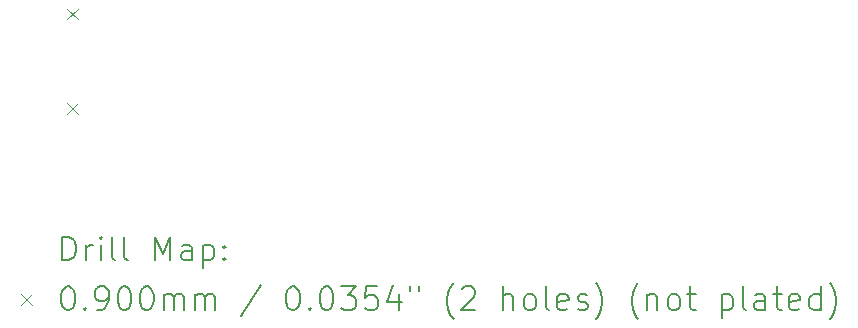
<source format=gbr>
%TF.GenerationSoftware,KiCad,Pcbnew,7.0.6*%
%TF.CreationDate,2023-10-11T20:15:25+08:00*%
%TF.ProjectId,PCB_ESP32WROOM32E_RPI_Zero_Form_Hackster,5043425f-4553-4503-9332-57524f4f4d33,rev?*%
%TF.SameCoordinates,Original*%
%TF.FileFunction,Drillmap*%
%TF.FilePolarity,Positive*%
%FSLAX45Y45*%
G04 Gerber Fmt 4.5, Leading zero omitted, Abs format (unit mm)*
G04 Created by KiCad (PCBNEW 7.0.6) date 2023-10-11 20:15:25*
%MOMM*%
%LPD*%
G01*
G04 APERTURE LIST*
%ADD10C,0.200000*%
%ADD11C,0.090000*%
G04 APERTURE END LIST*
D10*
D11*
X7062000Y-9285000D02*
X7152000Y-9375000D01*
X7152000Y-9285000D02*
X7062000Y-9375000D01*
X7062000Y-10085000D02*
X7152000Y-10175000D01*
X7152000Y-10085000D02*
X7062000Y-10175000D01*
D10*
X7021277Y-11416984D02*
X7021277Y-11216984D01*
X7021277Y-11216984D02*
X7068896Y-11216984D01*
X7068896Y-11216984D02*
X7097467Y-11226508D01*
X7097467Y-11226508D02*
X7116515Y-11245555D01*
X7116515Y-11245555D02*
X7126039Y-11264603D01*
X7126039Y-11264603D02*
X7135562Y-11302698D01*
X7135562Y-11302698D02*
X7135562Y-11331269D01*
X7135562Y-11331269D02*
X7126039Y-11369365D01*
X7126039Y-11369365D02*
X7116515Y-11388412D01*
X7116515Y-11388412D02*
X7097467Y-11407460D01*
X7097467Y-11407460D02*
X7068896Y-11416984D01*
X7068896Y-11416984D02*
X7021277Y-11416984D01*
X7221277Y-11416984D02*
X7221277Y-11283650D01*
X7221277Y-11321746D02*
X7230801Y-11302698D01*
X7230801Y-11302698D02*
X7240324Y-11293174D01*
X7240324Y-11293174D02*
X7259372Y-11283650D01*
X7259372Y-11283650D02*
X7278420Y-11283650D01*
X7345086Y-11416984D02*
X7345086Y-11283650D01*
X7345086Y-11216984D02*
X7335562Y-11226508D01*
X7335562Y-11226508D02*
X7345086Y-11236031D01*
X7345086Y-11236031D02*
X7354610Y-11226508D01*
X7354610Y-11226508D02*
X7345086Y-11216984D01*
X7345086Y-11216984D02*
X7345086Y-11236031D01*
X7468896Y-11416984D02*
X7449848Y-11407460D01*
X7449848Y-11407460D02*
X7440324Y-11388412D01*
X7440324Y-11388412D02*
X7440324Y-11216984D01*
X7573658Y-11416984D02*
X7554610Y-11407460D01*
X7554610Y-11407460D02*
X7545086Y-11388412D01*
X7545086Y-11388412D02*
X7545086Y-11216984D01*
X7802229Y-11416984D02*
X7802229Y-11216984D01*
X7802229Y-11216984D02*
X7868896Y-11359841D01*
X7868896Y-11359841D02*
X7935562Y-11216984D01*
X7935562Y-11216984D02*
X7935562Y-11416984D01*
X8116515Y-11416984D02*
X8116515Y-11312222D01*
X8116515Y-11312222D02*
X8106991Y-11293174D01*
X8106991Y-11293174D02*
X8087943Y-11283650D01*
X8087943Y-11283650D02*
X8049848Y-11283650D01*
X8049848Y-11283650D02*
X8030801Y-11293174D01*
X8116515Y-11407460D02*
X8097467Y-11416984D01*
X8097467Y-11416984D02*
X8049848Y-11416984D01*
X8049848Y-11416984D02*
X8030801Y-11407460D01*
X8030801Y-11407460D02*
X8021277Y-11388412D01*
X8021277Y-11388412D02*
X8021277Y-11369365D01*
X8021277Y-11369365D02*
X8030801Y-11350317D01*
X8030801Y-11350317D02*
X8049848Y-11340793D01*
X8049848Y-11340793D02*
X8097467Y-11340793D01*
X8097467Y-11340793D02*
X8116515Y-11331269D01*
X8211753Y-11283650D02*
X8211753Y-11483650D01*
X8211753Y-11293174D02*
X8230801Y-11283650D01*
X8230801Y-11283650D02*
X8268896Y-11283650D01*
X8268896Y-11283650D02*
X8287943Y-11293174D01*
X8287943Y-11293174D02*
X8297467Y-11302698D01*
X8297467Y-11302698D02*
X8306991Y-11321746D01*
X8306991Y-11321746D02*
X8306991Y-11378888D01*
X8306991Y-11378888D02*
X8297467Y-11397936D01*
X8297467Y-11397936D02*
X8287943Y-11407460D01*
X8287943Y-11407460D02*
X8268896Y-11416984D01*
X8268896Y-11416984D02*
X8230801Y-11416984D01*
X8230801Y-11416984D02*
X8211753Y-11407460D01*
X8392705Y-11397936D02*
X8402229Y-11407460D01*
X8402229Y-11407460D02*
X8392705Y-11416984D01*
X8392705Y-11416984D02*
X8383182Y-11407460D01*
X8383182Y-11407460D02*
X8392705Y-11397936D01*
X8392705Y-11397936D02*
X8392705Y-11416984D01*
X8392705Y-11293174D02*
X8402229Y-11302698D01*
X8402229Y-11302698D02*
X8392705Y-11312222D01*
X8392705Y-11312222D02*
X8383182Y-11302698D01*
X8383182Y-11302698D02*
X8392705Y-11293174D01*
X8392705Y-11293174D02*
X8392705Y-11312222D01*
D11*
X6670500Y-11700500D02*
X6760500Y-11790500D01*
X6760500Y-11700500D02*
X6670500Y-11790500D01*
D10*
X7059372Y-11636984D02*
X7078420Y-11636984D01*
X7078420Y-11636984D02*
X7097467Y-11646508D01*
X7097467Y-11646508D02*
X7106991Y-11656031D01*
X7106991Y-11656031D02*
X7116515Y-11675079D01*
X7116515Y-11675079D02*
X7126039Y-11713174D01*
X7126039Y-11713174D02*
X7126039Y-11760793D01*
X7126039Y-11760793D02*
X7116515Y-11798888D01*
X7116515Y-11798888D02*
X7106991Y-11817936D01*
X7106991Y-11817936D02*
X7097467Y-11827460D01*
X7097467Y-11827460D02*
X7078420Y-11836984D01*
X7078420Y-11836984D02*
X7059372Y-11836984D01*
X7059372Y-11836984D02*
X7040324Y-11827460D01*
X7040324Y-11827460D02*
X7030801Y-11817936D01*
X7030801Y-11817936D02*
X7021277Y-11798888D01*
X7021277Y-11798888D02*
X7011753Y-11760793D01*
X7011753Y-11760793D02*
X7011753Y-11713174D01*
X7011753Y-11713174D02*
X7021277Y-11675079D01*
X7021277Y-11675079D02*
X7030801Y-11656031D01*
X7030801Y-11656031D02*
X7040324Y-11646508D01*
X7040324Y-11646508D02*
X7059372Y-11636984D01*
X7211753Y-11817936D02*
X7221277Y-11827460D01*
X7221277Y-11827460D02*
X7211753Y-11836984D01*
X7211753Y-11836984D02*
X7202229Y-11827460D01*
X7202229Y-11827460D02*
X7211753Y-11817936D01*
X7211753Y-11817936D02*
X7211753Y-11836984D01*
X7316515Y-11836984D02*
X7354610Y-11836984D01*
X7354610Y-11836984D02*
X7373658Y-11827460D01*
X7373658Y-11827460D02*
X7383182Y-11817936D01*
X7383182Y-11817936D02*
X7402229Y-11789365D01*
X7402229Y-11789365D02*
X7411753Y-11751269D01*
X7411753Y-11751269D02*
X7411753Y-11675079D01*
X7411753Y-11675079D02*
X7402229Y-11656031D01*
X7402229Y-11656031D02*
X7392705Y-11646508D01*
X7392705Y-11646508D02*
X7373658Y-11636984D01*
X7373658Y-11636984D02*
X7335562Y-11636984D01*
X7335562Y-11636984D02*
X7316515Y-11646508D01*
X7316515Y-11646508D02*
X7306991Y-11656031D01*
X7306991Y-11656031D02*
X7297467Y-11675079D01*
X7297467Y-11675079D02*
X7297467Y-11722698D01*
X7297467Y-11722698D02*
X7306991Y-11741746D01*
X7306991Y-11741746D02*
X7316515Y-11751269D01*
X7316515Y-11751269D02*
X7335562Y-11760793D01*
X7335562Y-11760793D02*
X7373658Y-11760793D01*
X7373658Y-11760793D02*
X7392705Y-11751269D01*
X7392705Y-11751269D02*
X7402229Y-11741746D01*
X7402229Y-11741746D02*
X7411753Y-11722698D01*
X7535562Y-11636984D02*
X7554610Y-11636984D01*
X7554610Y-11636984D02*
X7573658Y-11646508D01*
X7573658Y-11646508D02*
X7583182Y-11656031D01*
X7583182Y-11656031D02*
X7592705Y-11675079D01*
X7592705Y-11675079D02*
X7602229Y-11713174D01*
X7602229Y-11713174D02*
X7602229Y-11760793D01*
X7602229Y-11760793D02*
X7592705Y-11798888D01*
X7592705Y-11798888D02*
X7583182Y-11817936D01*
X7583182Y-11817936D02*
X7573658Y-11827460D01*
X7573658Y-11827460D02*
X7554610Y-11836984D01*
X7554610Y-11836984D02*
X7535562Y-11836984D01*
X7535562Y-11836984D02*
X7516515Y-11827460D01*
X7516515Y-11827460D02*
X7506991Y-11817936D01*
X7506991Y-11817936D02*
X7497467Y-11798888D01*
X7497467Y-11798888D02*
X7487943Y-11760793D01*
X7487943Y-11760793D02*
X7487943Y-11713174D01*
X7487943Y-11713174D02*
X7497467Y-11675079D01*
X7497467Y-11675079D02*
X7506991Y-11656031D01*
X7506991Y-11656031D02*
X7516515Y-11646508D01*
X7516515Y-11646508D02*
X7535562Y-11636984D01*
X7726039Y-11636984D02*
X7745086Y-11636984D01*
X7745086Y-11636984D02*
X7764134Y-11646508D01*
X7764134Y-11646508D02*
X7773658Y-11656031D01*
X7773658Y-11656031D02*
X7783182Y-11675079D01*
X7783182Y-11675079D02*
X7792705Y-11713174D01*
X7792705Y-11713174D02*
X7792705Y-11760793D01*
X7792705Y-11760793D02*
X7783182Y-11798888D01*
X7783182Y-11798888D02*
X7773658Y-11817936D01*
X7773658Y-11817936D02*
X7764134Y-11827460D01*
X7764134Y-11827460D02*
X7745086Y-11836984D01*
X7745086Y-11836984D02*
X7726039Y-11836984D01*
X7726039Y-11836984D02*
X7706991Y-11827460D01*
X7706991Y-11827460D02*
X7697467Y-11817936D01*
X7697467Y-11817936D02*
X7687943Y-11798888D01*
X7687943Y-11798888D02*
X7678420Y-11760793D01*
X7678420Y-11760793D02*
X7678420Y-11713174D01*
X7678420Y-11713174D02*
X7687943Y-11675079D01*
X7687943Y-11675079D02*
X7697467Y-11656031D01*
X7697467Y-11656031D02*
X7706991Y-11646508D01*
X7706991Y-11646508D02*
X7726039Y-11636984D01*
X7878420Y-11836984D02*
X7878420Y-11703650D01*
X7878420Y-11722698D02*
X7887943Y-11713174D01*
X7887943Y-11713174D02*
X7906991Y-11703650D01*
X7906991Y-11703650D02*
X7935563Y-11703650D01*
X7935563Y-11703650D02*
X7954610Y-11713174D01*
X7954610Y-11713174D02*
X7964134Y-11732222D01*
X7964134Y-11732222D02*
X7964134Y-11836984D01*
X7964134Y-11732222D02*
X7973658Y-11713174D01*
X7973658Y-11713174D02*
X7992705Y-11703650D01*
X7992705Y-11703650D02*
X8021277Y-11703650D01*
X8021277Y-11703650D02*
X8040324Y-11713174D01*
X8040324Y-11713174D02*
X8049848Y-11732222D01*
X8049848Y-11732222D02*
X8049848Y-11836984D01*
X8145086Y-11836984D02*
X8145086Y-11703650D01*
X8145086Y-11722698D02*
X8154610Y-11713174D01*
X8154610Y-11713174D02*
X8173658Y-11703650D01*
X8173658Y-11703650D02*
X8202229Y-11703650D01*
X8202229Y-11703650D02*
X8221277Y-11713174D01*
X8221277Y-11713174D02*
X8230801Y-11732222D01*
X8230801Y-11732222D02*
X8230801Y-11836984D01*
X8230801Y-11732222D02*
X8240324Y-11713174D01*
X8240324Y-11713174D02*
X8259372Y-11703650D01*
X8259372Y-11703650D02*
X8287943Y-11703650D01*
X8287943Y-11703650D02*
X8306991Y-11713174D01*
X8306991Y-11713174D02*
X8316515Y-11732222D01*
X8316515Y-11732222D02*
X8316515Y-11836984D01*
X8706991Y-11627460D02*
X8535563Y-11884603D01*
X8964134Y-11636984D02*
X8983182Y-11636984D01*
X8983182Y-11636984D02*
X9002229Y-11646508D01*
X9002229Y-11646508D02*
X9011753Y-11656031D01*
X9011753Y-11656031D02*
X9021277Y-11675079D01*
X9021277Y-11675079D02*
X9030801Y-11713174D01*
X9030801Y-11713174D02*
X9030801Y-11760793D01*
X9030801Y-11760793D02*
X9021277Y-11798888D01*
X9021277Y-11798888D02*
X9011753Y-11817936D01*
X9011753Y-11817936D02*
X9002229Y-11827460D01*
X9002229Y-11827460D02*
X8983182Y-11836984D01*
X8983182Y-11836984D02*
X8964134Y-11836984D01*
X8964134Y-11836984D02*
X8945087Y-11827460D01*
X8945087Y-11827460D02*
X8935563Y-11817936D01*
X8935563Y-11817936D02*
X8926039Y-11798888D01*
X8926039Y-11798888D02*
X8916515Y-11760793D01*
X8916515Y-11760793D02*
X8916515Y-11713174D01*
X8916515Y-11713174D02*
X8926039Y-11675079D01*
X8926039Y-11675079D02*
X8935563Y-11656031D01*
X8935563Y-11656031D02*
X8945087Y-11646508D01*
X8945087Y-11646508D02*
X8964134Y-11636984D01*
X9116515Y-11817936D02*
X9126039Y-11827460D01*
X9126039Y-11827460D02*
X9116515Y-11836984D01*
X9116515Y-11836984D02*
X9106991Y-11827460D01*
X9106991Y-11827460D02*
X9116515Y-11817936D01*
X9116515Y-11817936D02*
X9116515Y-11836984D01*
X9249848Y-11636984D02*
X9268896Y-11636984D01*
X9268896Y-11636984D02*
X9287944Y-11646508D01*
X9287944Y-11646508D02*
X9297468Y-11656031D01*
X9297468Y-11656031D02*
X9306991Y-11675079D01*
X9306991Y-11675079D02*
X9316515Y-11713174D01*
X9316515Y-11713174D02*
X9316515Y-11760793D01*
X9316515Y-11760793D02*
X9306991Y-11798888D01*
X9306991Y-11798888D02*
X9297468Y-11817936D01*
X9297468Y-11817936D02*
X9287944Y-11827460D01*
X9287944Y-11827460D02*
X9268896Y-11836984D01*
X9268896Y-11836984D02*
X9249848Y-11836984D01*
X9249848Y-11836984D02*
X9230801Y-11827460D01*
X9230801Y-11827460D02*
X9221277Y-11817936D01*
X9221277Y-11817936D02*
X9211753Y-11798888D01*
X9211753Y-11798888D02*
X9202229Y-11760793D01*
X9202229Y-11760793D02*
X9202229Y-11713174D01*
X9202229Y-11713174D02*
X9211753Y-11675079D01*
X9211753Y-11675079D02*
X9221277Y-11656031D01*
X9221277Y-11656031D02*
X9230801Y-11646508D01*
X9230801Y-11646508D02*
X9249848Y-11636984D01*
X9383182Y-11636984D02*
X9506991Y-11636984D01*
X9506991Y-11636984D02*
X9440325Y-11713174D01*
X9440325Y-11713174D02*
X9468896Y-11713174D01*
X9468896Y-11713174D02*
X9487944Y-11722698D01*
X9487944Y-11722698D02*
X9497468Y-11732222D01*
X9497468Y-11732222D02*
X9506991Y-11751269D01*
X9506991Y-11751269D02*
X9506991Y-11798888D01*
X9506991Y-11798888D02*
X9497468Y-11817936D01*
X9497468Y-11817936D02*
X9487944Y-11827460D01*
X9487944Y-11827460D02*
X9468896Y-11836984D01*
X9468896Y-11836984D02*
X9411753Y-11836984D01*
X9411753Y-11836984D02*
X9392706Y-11827460D01*
X9392706Y-11827460D02*
X9383182Y-11817936D01*
X9687944Y-11636984D02*
X9592706Y-11636984D01*
X9592706Y-11636984D02*
X9583182Y-11732222D01*
X9583182Y-11732222D02*
X9592706Y-11722698D01*
X9592706Y-11722698D02*
X9611753Y-11713174D01*
X9611753Y-11713174D02*
X9659372Y-11713174D01*
X9659372Y-11713174D02*
X9678420Y-11722698D01*
X9678420Y-11722698D02*
X9687944Y-11732222D01*
X9687944Y-11732222D02*
X9697468Y-11751269D01*
X9697468Y-11751269D02*
X9697468Y-11798888D01*
X9697468Y-11798888D02*
X9687944Y-11817936D01*
X9687944Y-11817936D02*
X9678420Y-11827460D01*
X9678420Y-11827460D02*
X9659372Y-11836984D01*
X9659372Y-11836984D02*
X9611753Y-11836984D01*
X9611753Y-11836984D02*
X9592706Y-11827460D01*
X9592706Y-11827460D02*
X9583182Y-11817936D01*
X9868896Y-11703650D02*
X9868896Y-11836984D01*
X9821277Y-11627460D02*
X9773658Y-11770317D01*
X9773658Y-11770317D02*
X9897468Y-11770317D01*
X9964134Y-11636984D02*
X9964134Y-11675079D01*
X10040325Y-11636984D02*
X10040325Y-11675079D01*
X10335563Y-11913174D02*
X10326039Y-11903650D01*
X10326039Y-11903650D02*
X10306991Y-11875079D01*
X10306991Y-11875079D02*
X10297468Y-11856031D01*
X10297468Y-11856031D02*
X10287944Y-11827460D01*
X10287944Y-11827460D02*
X10278420Y-11779841D01*
X10278420Y-11779841D02*
X10278420Y-11741746D01*
X10278420Y-11741746D02*
X10287944Y-11694127D01*
X10287944Y-11694127D02*
X10297468Y-11665555D01*
X10297468Y-11665555D02*
X10306991Y-11646508D01*
X10306991Y-11646508D02*
X10326039Y-11617936D01*
X10326039Y-11617936D02*
X10335563Y-11608412D01*
X10402230Y-11656031D02*
X10411753Y-11646508D01*
X10411753Y-11646508D02*
X10430801Y-11636984D01*
X10430801Y-11636984D02*
X10478420Y-11636984D01*
X10478420Y-11636984D02*
X10497468Y-11646508D01*
X10497468Y-11646508D02*
X10506991Y-11656031D01*
X10506991Y-11656031D02*
X10516515Y-11675079D01*
X10516515Y-11675079D02*
X10516515Y-11694127D01*
X10516515Y-11694127D02*
X10506991Y-11722698D01*
X10506991Y-11722698D02*
X10392706Y-11836984D01*
X10392706Y-11836984D02*
X10516515Y-11836984D01*
X10754611Y-11836984D02*
X10754611Y-11636984D01*
X10840325Y-11836984D02*
X10840325Y-11732222D01*
X10840325Y-11732222D02*
X10830801Y-11713174D01*
X10830801Y-11713174D02*
X10811753Y-11703650D01*
X10811753Y-11703650D02*
X10783182Y-11703650D01*
X10783182Y-11703650D02*
X10764134Y-11713174D01*
X10764134Y-11713174D02*
X10754611Y-11722698D01*
X10964134Y-11836984D02*
X10945087Y-11827460D01*
X10945087Y-11827460D02*
X10935563Y-11817936D01*
X10935563Y-11817936D02*
X10926039Y-11798888D01*
X10926039Y-11798888D02*
X10926039Y-11741746D01*
X10926039Y-11741746D02*
X10935563Y-11722698D01*
X10935563Y-11722698D02*
X10945087Y-11713174D01*
X10945087Y-11713174D02*
X10964134Y-11703650D01*
X10964134Y-11703650D02*
X10992706Y-11703650D01*
X10992706Y-11703650D02*
X11011753Y-11713174D01*
X11011753Y-11713174D02*
X11021277Y-11722698D01*
X11021277Y-11722698D02*
X11030801Y-11741746D01*
X11030801Y-11741746D02*
X11030801Y-11798888D01*
X11030801Y-11798888D02*
X11021277Y-11817936D01*
X11021277Y-11817936D02*
X11011753Y-11827460D01*
X11011753Y-11827460D02*
X10992706Y-11836984D01*
X10992706Y-11836984D02*
X10964134Y-11836984D01*
X11145087Y-11836984D02*
X11126039Y-11827460D01*
X11126039Y-11827460D02*
X11116515Y-11808412D01*
X11116515Y-11808412D02*
X11116515Y-11636984D01*
X11297468Y-11827460D02*
X11278420Y-11836984D01*
X11278420Y-11836984D02*
X11240325Y-11836984D01*
X11240325Y-11836984D02*
X11221277Y-11827460D01*
X11221277Y-11827460D02*
X11211753Y-11808412D01*
X11211753Y-11808412D02*
X11211753Y-11732222D01*
X11211753Y-11732222D02*
X11221277Y-11713174D01*
X11221277Y-11713174D02*
X11240325Y-11703650D01*
X11240325Y-11703650D02*
X11278420Y-11703650D01*
X11278420Y-11703650D02*
X11297468Y-11713174D01*
X11297468Y-11713174D02*
X11306991Y-11732222D01*
X11306991Y-11732222D02*
X11306991Y-11751269D01*
X11306991Y-11751269D02*
X11211753Y-11770317D01*
X11383182Y-11827460D02*
X11402230Y-11836984D01*
X11402230Y-11836984D02*
X11440325Y-11836984D01*
X11440325Y-11836984D02*
X11459372Y-11827460D01*
X11459372Y-11827460D02*
X11468896Y-11808412D01*
X11468896Y-11808412D02*
X11468896Y-11798888D01*
X11468896Y-11798888D02*
X11459372Y-11779841D01*
X11459372Y-11779841D02*
X11440325Y-11770317D01*
X11440325Y-11770317D02*
X11411753Y-11770317D01*
X11411753Y-11770317D02*
X11392706Y-11760793D01*
X11392706Y-11760793D02*
X11383182Y-11741746D01*
X11383182Y-11741746D02*
X11383182Y-11732222D01*
X11383182Y-11732222D02*
X11392706Y-11713174D01*
X11392706Y-11713174D02*
X11411753Y-11703650D01*
X11411753Y-11703650D02*
X11440325Y-11703650D01*
X11440325Y-11703650D02*
X11459372Y-11713174D01*
X11535563Y-11913174D02*
X11545087Y-11903650D01*
X11545087Y-11903650D02*
X11564134Y-11875079D01*
X11564134Y-11875079D02*
X11573658Y-11856031D01*
X11573658Y-11856031D02*
X11583182Y-11827460D01*
X11583182Y-11827460D02*
X11592706Y-11779841D01*
X11592706Y-11779841D02*
X11592706Y-11741746D01*
X11592706Y-11741746D02*
X11583182Y-11694127D01*
X11583182Y-11694127D02*
X11573658Y-11665555D01*
X11573658Y-11665555D02*
X11564134Y-11646508D01*
X11564134Y-11646508D02*
X11545087Y-11617936D01*
X11545087Y-11617936D02*
X11535563Y-11608412D01*
X11897468Y-11913174D02*
X11887944Y-11903650D01*
X11887944Y-11903650D02*
X11868896Y-11875079D01*
X11868896Y-11875079D02*
X11859372Y-11856031D01*
X11859372Y-11856031D02*
X11849849Y-11827460D01*
X11849849Y-11827460D02*
X11840325Y-11779841D01*
X11840325Y-11779841D02*
X11840325Y-11741746D01*
X11840325Y-11741746D02*
X11849849Y-11694127D01*
X11849849Y-11694127D02*
X11859372Y-11665555D01*
X11859372Y-11665555D02*
X11868896Y-11646508D01*
X11868896Y-11646508D02*
X11887944Y-11617936D01*
X11887944Y-11617936D02*
X11897468Y-11608412D01*
X11973658Y-11703650D02*
X11973658Y-11836984D01*
X11973658Y-11722698D02*
X11983182Y-11713174D01*
X11983182Y-11713174D02*
X12002230Y-11703650D01*
X12002230Y-11703650D02*
X12030801Y-11703650D01*
X12030801Y-11703650D02*
X12049849Y-11713174D01*
X12049849Y-11713174D02*
X12059372Y-11732222D01*
X12059372Y-11732222D02*
X12059372Y-11836984D01*
X12183182Y-11836984D02*
X12164134Y-11827460D01*
X12164134Y-11827460D02*
X12154611Y-11817936D01*
X12154611Y-11817936D02*
X12145087Y-11798888D01*
X12145087Y-11798888D02*
X12145087Y-11741746D01*
X12145087Y-11741746D02*
X12154611Y-11722698D01*
X12154611Y-11722698D02*
X12164134Y-11713174D01*
X12164134Y-11713174D02*
X12183182Y-11703650D01*
X12183182Y-11703650D02*
X12211753Y-11703650D01*
X12211753Y-11703650D02*
X12230801Y-11713174D01*
X12230801Y-11713174D02*
X12240325Y-11722698D01*
X12240325Y-11722698D02*
X12249849Y-11741746D01*
X12249849Y-11741746D02*
X12249849Y-11798888D01*
X12249849Y-11798888D02*
X12240325Y-11817936D01*
X12240325Y-11817936D02*
X12230801Y-11827460D01*
X12230801Y-11827460D02*
X12211753Y-11836984D01*
X12211753Y-11836984D02*
X12183182Y-11836984D01*
X12306992Y-11703650D02*
X12383182Y-11703650D01*
X12335563Y-11636984D02*
X12335563Y-11808412D01*
X12335563Y-11808412D02*
X12345087Y-11827460D01*
X12345087Y-11827460D02*
X12364134Y-11836984D01*
X12364134Y-11836984D02*
X12383182Y-11836984D01*
X12602230Y-11703650D02*
X12602230Y-11903650D01*
X12602230Y-11713174D02*
X12621277Y-11703650D01*
X12621277Y-11703650D02*
X12659373Y-11703650D01*
X12659373Y-11703650D02*
X12678420Y-11713174D01*
X12678420Y-11713174D02*
X12687944Y-11722698D01*
X12687944Y-11722698D02*
X12697468Y-11741746D01*
X12697468Y-11741746D02*
X12697468Y-11798888D01*
X12697468Y-11798888D02*
X12687944Y-11817936D01*
X12687944Y-11817936D02*
X12678420Y-11827460D01*
X12678420Y-11827460D02*
X12659373Y-11836984D01*
X12659373Y-11836984D02*
X12621277Y-11836984D01*
X12621277Y-11836984D02*
X12602230Y-11827460D01*
X12811753Y-11836984D02*
X12792706Y-11827460D01*
X12792706Y-11827460D02*
X12783182Y-11808412D01*
X12783182Y-11808412D02*
X12783182Y-11636984D01*
X12973658Y-11836984D02*
X12973658Y-11732222D01*
X12973658Y-11732222D02*
X12964134Y-11713174D01*
X12964134Y-11713174D02*
X12945087Y-11703650D01*
X12945087Y-11703650D02*
X12906992Y-11703650D01*
X12906992Y-11703650D02*
X12887944Y-11713174D01*
X12973658Y-11827460D02*
X12954611Y-11836984D01*
X12954611Y-11836984D02*
X12906992Y-11836984D01*
X12906992Y-11836984D02*
X12887944Y-11827460D01*
X12887944Y-11827460D02*
X12878420Y-11808412D01*
X12878420Y-11808412D02*
X12878420Y-11789365D01*
X12878420Y-11789365D02*
X12887944Y-11770317D01*
X12887944Y-11770317D02*
X12906992Y-11760793D01*
X12906992Y-11760793D02*
X12954611Y-11760793D01*
X12954611Y-11760793D02*
X12973658Y-11751269D01*
X13040325Y-11703650D02*
X13116515Y-11703650D01*
X13068896Y-11636984D02*
X13068896Y-11808412D01*
X13068896Y-11808412D02*
X13078420Y-11827460D01*
X13078420Y-11827460D02*
X13097468Y-11836984D01*
X13097468Y-11836984D02*
X13116515Y-11836984D01*
X13259373Y-11827460D02*
X13240325Y-11836984D01*
X13240325Y-11836984D02*
X13202230Y-11836984D01*
X13202230Y-11836984D02*
X13183182Y-11827460D01*
X13183182Y-11827460D02*
X13173658Y-11808412D01*
X13173658Y-11808412D02*
X13173658Y-11732222D01*
X13173658Y-11732222D02*
X13183182Y-11713174D01*
X13183182Y-11713174D02*
X13202230Y-11703650D01*
X13202230Y-11703650D02*
X13240325Y-11703650D01*
X13240325Y-11703650D02*
X13259373Y-11713174D01*
X13259373Y-11713174D02*
X13268896Y-11732222D01*
X13268896Y-11732222D02*
X13268896Y-11751269D01*
X13268896Y-11751269D02*
X13173658Y-11770317D01*
X13440325Y-11836984D02*
X13440325Y-11636984D01*
X13440325Y-11827460D02*
X13421277Y-11836984D01*
X13421277Y-11836984D02*
X13383182Y-11836984D01*
X13383182Y-11836984D02*
X13364134Y-11827460D01*
X13364134Y-11827460D02*
X13354611Y-11817936D01*
X13354611Y-11817936D02*
X13345087Y-11798888D01*
X13345087Y-11798888D02*
X13345087Y-11741746D01*
X13345087Y-11741746D02*
X13354611Y-11722698D01*
X13354611Y-11722698D02*
X13364134Y-11713174D01*
X13364134Y-11713174D02*
X13383182Y-11703650D01*
X13383182Y-11703650D02*
X13421277Y-11703650D01*
X13421277Y-11703650D02*
X13440325Y-11713174D01*
X13516515Y-11913174D02*
X13526039Y-11903650D01*
X13526039Y-11903650D02*
X13545087Y-11875079D01*
X13545087Y-11875079D02*
X13554611Y-11856031D01*
X13554611Y-11856031D02*
X13564134Y-11827460D01*
X13564134Y-11827460D02*
X13573658Y-11779841D01*
X13573658Y-11779841D02*
X13573658Y-11741746D01*
X13573658Y-11741746D02*
X13564134Y-11694127D01*
X13564134Y-11694127D02*
X13554611Y-11665555D01*
X13554611Y-11665555D02*
X13545087Y-11646508D01*
X13545087Y-11646508D02*
X13526039Y-11617936D01*
X13526039Y-11617936D02*
X13516515Y-11608412D01*
M02*

</source>
